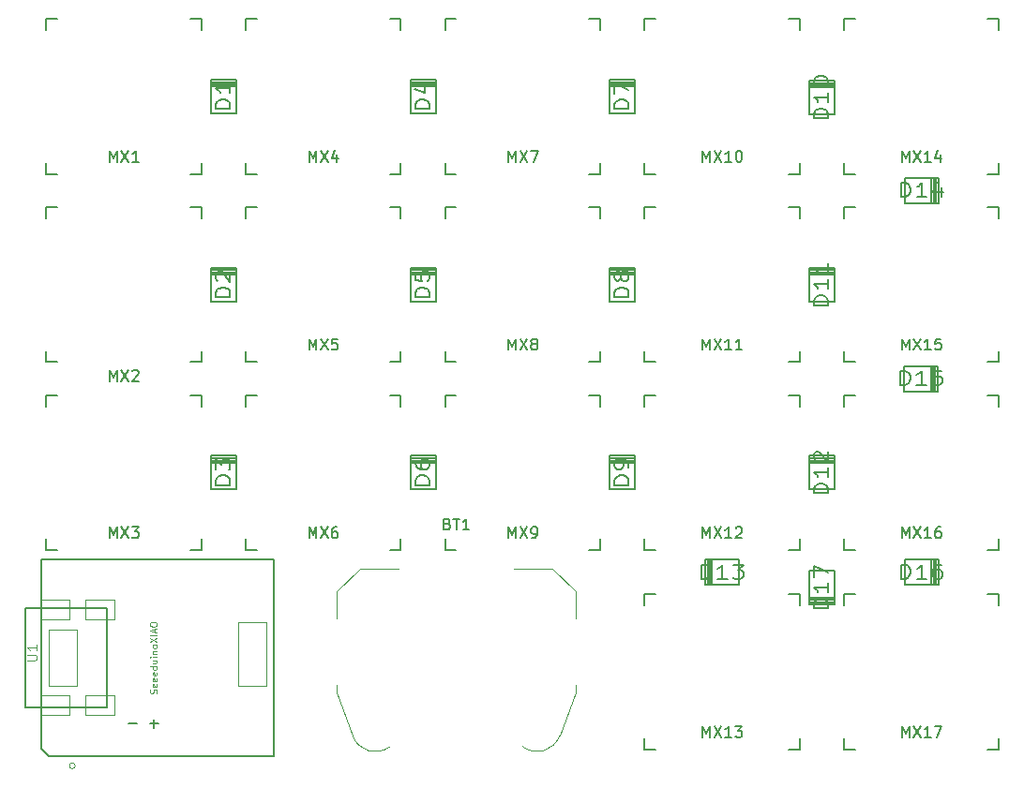
<source format=gto>
%TF.GenerationSoftware,KiCad,Pcbnew,(5.1.12)-1*%
%TF.CreationDate,2021-12-05T03:49:59-08:00*%
%TF.ProjectId,orthodox_v3,6f727468-6f64-46f7-985f-76332e6b6963,rev?*%
%TF.SameCoordinates,Original*%
%TF.FileFunction,Legend,Top*%
%TF.FilePolarity,Positive*%
%FSLAX46Y46*%
G04 Gerber Fmt 4.6, Leading zero omitted, Abs format (unit mm)*
G04 Created by KiCad (PCBNEW (5.1.12)-1) date 2021-12-05 03:49:59*
%MOMM*%
%LPD*%
G01*
G04 APERTURE LIST*
%ADD10C,0.100000*%
%ADD11C,0.127000*%
%ADD12C,0.066040*%
%ADD13C,0.150000*%
%ADD14C,0.120000*%
%ADD15C,0.203200*%
%ADD16C,0.200000*%
%ADD17C,0.101600*%
%ADD18C,0.076200*%
G04 APERTURE END LIST*
D10*
%TO.C,U1*%
X31593000Y-94489000D02*
G75*
G03*
X31593000Y-94489000I-254000J0D01*
G01*
D11*
X34430180Y-89205800D02*
X27076880Y-89205800D01*
X34430180Y-80206580D02*
X34430180Y-89205800D01*
X27076880Y-80206580D02*
X34430180Y-80206580D01*
X27076880Y-89200720D02*
X27076880Y-80206580D01*
X29172380Y-93600000D02*
X49500000Y-93600000D01*
X28501820Y-92929440D02*
X29172380Y-93600000D01*
X28501820Y-75802220D02*
X28501820Y-92929440D01*
X49500000Y-75802220D02*
X28501820Y-75802220D01*
X49500000Y-93600000D02*
X49500000Y-75802220D01*
D12*
X31085000Y-81281000D02*
X28418000Y-81281000D01*
X28418000Y-81281000D02*
X28418000Y-79503000D01*
X31085000Y-79503000D02*
X28418000Y-79503000D01*
X31085000Y-81281000D02*
X31085000Y-79503000D01*
X35151540Y-81281000D02*
X32482000Y-81281000D01*
X32482000Y-81281000D02*
X32482000Y-79503000D01*
X35151540Y-79503000D02*
X32482000Y-79503000D01*
X35151540Y-81281000D02*
X35151540Y-79503000D01*
X35151540Y-89917000D02*
X32482000Y-89917000D01*
X32482000Y-89917000D02*
X32482000Y-88139000D01*
X35151540Y-88139000D02*
X32482000Y-88139000D01*
X35151540Y-89917000D02*
X35151540Y-88139000D01*
X31085000Y-89917000D02*
X28418000Y-89917000D01*
X28418000Y-89917000D02*
X28418000Y-88139000D01*
X31085000Y-88139000D02*
X28418000Y-88139000D01*
X31085000Y-89917000D02*
X31085000Y-88139000D01*
X48865000Y-87250000D02*
X46325000Y-87250000D01*
X46325000Y-87250000D02*
X46325000Y-81535000D01*
X48865000Y-81535000D02*
X46325000Y-81535000D01*
X48865000Y-87250000D02*
X48865000Y-81535000D01*
X31720000Y-87250000D02*
X29180000Y-87250000D01*
X29180000Y-87250000D02*
X29180000Y-82170000D01*
X31720000Y-82170000D02*
X29180000Y-82170000D01*
X31720000Y-87250000D02*
X31720000Y-82170000D01*
D13*
%TO.C,MX6*%
X61000000Y-75000000D02*
X60000000Y-75000000D01*
X61000000Y-74000000D02*
X61000000Y-75000000D01*
X61000000Y-61000000D02*
X61000000Y-62000000D01*
X60000000Y-61000000D02*
X61000000Y-61000000D01*
X47000000Y-61000000D02*
X48000000Y-61000000D01*
X47000000Y-62000000D02*
X47000000Y-61000000D01*
X47000000Y-75000000D02*
X47000000Y-74000000D01*
X48000000Y-75000000D02*
X47000000Y-75000000D01*
%TO.C,MX1*%
X30000000Y-41000000D02*
X29000000Y-41000000D01*
X29000000Y-41000000D02*
X29000000Y-40000000D01*
X29000000Y-28000000D02*
X29000000Y-27000000D01*
X29000000Y-27000000D02*
X30000000Y-27000000D01*
X42000000Y-27000000D02*
X43000000Y-27000000D01*
X43000000Y-27000000D02*
X43000000Y-28000000D01*
X43000000Y-40000000D02*
X43000000Y-41000000D01*
X43000000Y-41000000D02*
X42000000Y-41000000D01*
%TO.C,MX3*%
X43000000Y-75000000D02*
X42000000Y-75000000D01*
X43000000Y-74000000D02*
X43000000Y-75000000D01*
X43000000Y-61000000D02*
X43000000Y-62000000D01*
X42000000Y-61000000D02*
X43000000Y-61000000D01*
X29000000Y-61000000D02*
X30000000Y-61000000D01*
X29000000Y-62000000D02*
X29000000Y-61000000D01*
X29000000Y-75000000D02*
X29000000Y-74000000D01*
X30000000Y-75000000D02*
X29000000Y-75000000D01*
%TO.C,MX4*%
X61000000Y-41000000D02*
X60000000Y-41000000D01*
X61000000Y-40000000D02*
X61000000Y-41000000D01*
X61000000Y-27000000D02*
X61000000Y-28000000D01*
X60000000Y-27000000D02*
X61000000Y-27000000D01*
X47000000Y-27000000D02*
X48000000Y-27000000D01*
X47000000Y-28000000D02*
X47000000Y-27000000D01*
X47000000Y-41000000D02*
X47000000Y-40000000D01*
X48000000Y-41000000D02*
X47000000Y-41000000D01*
%TO.C,MX5*%
X48000000Y-58000000D02*
X47000000Y-58000000D01*
X47000000Y-58000000D02*
X47000000Y-57000000D01*
X47000000Y-45000000D02*
X47000000Y-44000000D01*
X47000000Y-44000000D02*
X48000000Y-44000000D01*
X60000000Y-44000000D02*
X61000000Y-44000000D01*
X61000000Y-44000000D02*
X61000000Y-45000000D01*
X61000000Y-57000000D02*
X61000000Y-58000000D01*
X61000000Y-58000000D02*
X60000000Y-58000000D01*
%TO.C,MX7*%
X79000000Y-41000000D02*
X78000000Y-41000000D01*
X79000000Y-40000000D02*
X79000000Y-41000000D01*
X79000000Y-27000000D02*
X79000000Y-28000000D01*
X78000000Y-27000000D02*
X79000000Y-27000000D01*
X65000000Y-27000000D02*
X66000000Y-27000000D01*
X65000000Y-28000000D02*
X65000000Y-27000000D01*
X65000000Y-41000000D02*
X65000000Y-40000000D01*
X66000000Y-41000000D02*
X65000000Y-41000000D01*
%TO.C,MX8*%
X79000000Y-58000000D02*
X78000000Y-58000000D01*
X79000000Y-57000000D02*
X79000000Y-58000000D01*
X79000000Y-44000000D02*
X79000000Y-45000000D01*
X78000000Y-44000000D02*
X79000000Y-44000000D01*
X65000000Y-44000000D02*
X66000000Y-44000000D01*
X65000000Y-45000000D02*
X65000000Y-44000000D01*
X65000000Y-58000000D02*
X65000000Y-57000000D01*
X66000000Y-58000000D02*
X65000000Y-58000000D01*
%TO.C,MX9*%
X79000000Y-75000000D02*
X78000000Y-75000000D01*
X79000000Y-74000000D02*
X79000000Y-75000000D01*
X79000000Y-61000000D02*
X79000000Y-62000000D01*
X78000000Y-61000000D02*
X79000000Y-61000000D01*
X65000000Y-61000000D02*
X66000000Y-61000000D01*
X65000000Y-62000000D02*
X65000000Y-61000000D01*
X65000000Y-75000000D02*
X65000000Y-74000000D01*
X66000000Y-75000000D02*
X65000000Y-75000000D01*
%TO.C,MX10*%
X97000000Y-41000000D02*
X96000000Y-41000000D01*
X97000000Y-40000000D02*
X97000000Y-41000000D01*
X97000000Y-27000000D02*
X97000000Y-28000000D01*
X96000000Y-27000000D02*
X97000000Y-27000000D01*
X83000000Y-27000000D02*
X84000000Y-27000000D01*
X83000000Y-28000000D02*
X83000000Y-27000000D01*
X83000000Y-41000000D02*
X83000000Y-40000000D01*
X84000000Y-41000000D02*
X83000000Y-41000000D01*
%TO.C,MX11*%
X84000000Y-58000000D02*
X83000000Y-58000000D01*
X83000000Y-58000000D02*
X83000000Y-57000000D01*
X83000000Y-45000000D02*
X83000000Y-44000000D01*
X83000000Y-44000000D02*
X84000000Y-44000000D01*
X96000000Y-44000000D02*
X97000000Y-44000000D01*
X97000000Y-44000000D02*
X97000000Y-45000000D01*
X97000000Y-57000000D02*
X97000000Y-58000000D01*
X97000000Y-58000000D02*
X96000000Y-58000000D01*
%TO.C,MX12*%
X97000000Y-75000000D02*
X96000000Y-75000000D01*
X97000000Y-74000000D02*
X97000000Y-75000000D01*
X97000000Y-61000000D02*
X97000000Y-62000000D01*
X96000000Y-61000000D02*
X97000000Y-61000000D01*
X83000000Y-61000000D02*
X84000000Y-61000000D01*
X83000000Y-62000000D02*
X83000000Y-61000000D01*
X83000000Y-75000000D02*
X83000000Y-74000000D01*
X84000000Y-75000000D02*
X83000000Y-75000000D01*
%TO.C,MX13*%
X84000000Y-93000000D02*
X83000000Y-93000000D01*
X83000000Y-93000000D02*
X83000000Y-92000000D01*
X83000000Y-80000000D02*
X83000000Y-79000000D01*
X83000000Y-79000000D02*
X84000000Y-79000000D01*
X96000000Y-79000000D02*
X97000000Y-79000000D01*
X97000000Y-79000000D02*
X97000000Y-80000000D01*
X97000000Y-92000000D02*
X97000000Y-93000000D01*
X97000000Y-93000000D02*
X96000000Y-93000000D01*
%TO.C,MX14*%
X102000000Y-41000000D02*
X101000000Y-41000000D01*
X101000000Y-41000000D02*
X101000000Y-40000000D01*
X101000000Y-28000000D02*
X101000000Y-27000000D01*
X101000000Y-27000000D02*
X102000000Y-27000000D01*
X114000000Y-27000000D02*
X115000000Y-27000000D01*
X115000000Y-27000000D02*
X115000000Y-28000000D01*
X115000000Y-40000000D02*
X115000000Y-41000000D01*
X115000000Y-41000000D02*
X114000000Y-41000000D01*
%TO.C,MX15*%
X115000000Y-58000000D02*
X114000000Y-58000000D01*
X115000000Y-57000000D02*
X115000000Y-58000000D01*
X115000000Y-44000000D02*
X115000000Y-45000000D01*
X114000000Y-44000000D02*
X115000000Y-44000000D01*
X101000000Y-44000000D02*
X102000000Y-44000000D01*
X101000000Y-45000000D02*
X101000000Y-44000000D01*
X101000000Y-58000000D02*
X101000000Y-57000000D01*
X102000000Y-58000000D02*
X101000000Y-58000000D01*
%TO.C,MX16*%
X102000000Y-75000000D02*
X101000000Y-75000000D01*
X101000000Y-75000000D02*
X101000000Y-74000000D01*
X101000000Y-62000000D02*
X101000000Y-61000000D01*
X101000000Y-61000000D02*
X102000000Y-61000000D01*
X114000000Y-61000000D02*
X115000000Y-61000000D01*
X115000000Y-61000000D02*
X115000000Y-62000000D01*
X115000000Y-74000000D02*
X115000000Y-75000000D01*
X115000000Y-75000000D02*
X114000000Y-75000000D01*
%TO.C,MX17*%
X115000000Y-93000000D02*
X114000000Y-93000000D01*
X115000000Y-92000000D02*
X115000000Y-93000000D01*
X115000000Y-79000000D02*
X115000000Y-80000000D01*
X114000000Y-79000000D02*
X115000000Y-79000000D01*
X101000000Y-79000000D02*
X102000000Y-79000000D01*
X101000000Y-80000000D02*
X101000000Y-79000000D01*
X101000000Y-93000000D02*
X101000000Y-92000000D01*
X102000000Y-93000000D02*
X101000000Y-93000000D01*
%TO.C,MX2*%
X30000000Y-58000000D02*
X29000000Y-58000000D01*
X29000000Y-58000000D02*
X29000000Y-57000000D01*
X29000000Y-45000000D02*
X29000000Y-44000000D01*
X29000000Y-44000000D02*
X30000000Y-44000000D01*
X42000000Y-44000000D02*
X43000000Y-44000000D01*
X43000000Y-44000000D02*
X43000000Y-45000000D01*
X43000000Y-57000000D02*
X43000000Y-58000000D01*
X43000000Y-58000000D02*
X42000000Y-58000000D01*
D14*
%TO.C,BT1*%
X75325244Y-91788169D02*
G75*
G02*
X72000000Y-92750000I-2015244J738169D01*
G01*
X59996646Y-92766530D02*
G75*
G02*
X56660000Y-91780000I-1306646J1716530D01*
G01*
X74700000Y-76660000D02*
X71200000Y-76660000D01*
X76780000Y-87200000D02*
X76780000Y-87830000D01*
X76780000Y-78740000D02*
X76780000Y-81200000D01*
X55220000Y-87200000D02*
X55220000Y-87830000D01*
X55220000Y-78740000D02*
X55220000Y-81200000D01*
X76780000Y-87830000D02*
X75340000Y-91780000D01*
X74700000Y-76660000D02*
X76780000Y-78740000D01*
X60800000Y-76660000D02*
X57300000Y-76660000D01*
X57300000Y-76660000D02*
X55220000Y-78740000D01*
X55220000Y-87830000D02*
X56660000Y-91780000D01*
D13*
%TO.C,D1*%
X46100000Y-33100000D02*
X43900000Y-33100000D01*
X43900000Y-32900000D02*
X46100000Y-32900000D01*
X44000000Y-32700000D02*
X43900000Y-32700000D01*
X43900000Y-32700000D02*
X44000000Y-32700000D01*
X46100000Y-32700000D02*
X44000000Y-32700000D01*
D15*
X43857000Y-35524000D02*
X43857000Y-32476000D01*
X43857000Y-32476000D02*
X46143000Y-32476000D01*
X46143000Y-32476000D02*
X46143000Y-35524000D01*
X46143000Y-35524000D02*
X43857000Y-35524000D01*
D13*
%TO.C,D2*%
X46100000Y-50100000D02*
X43900000Y-50100000D01*
X43900000Y-49900000D02*
X46100000Y-49900000D01*
X44000000Y-49700000D02*
X43900000Y-49700000D01*
X43900000Y-49700000D02*
X44000000Y-49700000D01*
X46100000Y-49700000D02*
X44000000Y-49700000D01*
D15*
X43857000Y-52524000D02*
X43857000Y-49476000D01*
X43857000Y-49476000D02*
X46143000Y-49476000D01*
X46143000Y-49476000D02*
X46143000Y-52524000D01*
X46143000Y-52524000D02*
X43857000Y-52524000D01*
D13*
%TO.C,D3*%
X46100000Y-67100000D02*
X43900000Y-67100000D01*
X43900000Y-66900000D02*
X46100000Y-66900000D01*
X44000000Y-66700000D02*
X43900000Y-66700000D01*
X43900000Y-66700000D02*
X44000000Y-66700000D01*
X46100000Y-66700000D02*
X44000000Y-66700000D01*
D15*
X43857000Y-69524000D02*
X43857000Y-66476000D01*
X43857000Y-66476000D02*
X46143000Y-66476000D01*
X46143000Y-66476000D02*
X46143000Y-69524000D01*
X46143000Y-69524000D02*
X43857000Y-69524000D01*
D13*
%TO.C,D4*%
X64100000Y-33100000D02*
X61900000Y-33100000D01*
X61900000Y-32900000D02*
X64100000Y-32900000D01*
X62000000Y-32700000D02*
X61900000Y-32700000D01*
X61900000Y-32700000D02*
X62000000Y-32700000D01*
X64100000Y-32700000D02*
X62000000Y-32700000D01*
D15*
X61857000Y-35524000D02*
X61857000Y-32476000D01*
X61857000Y-32476000D02*
X64143000Y-32476000D01*
X64143000Y-32476000D02*
X64143000Y-35524000D01*
X64143000Y-35524000D02*
X61857000Y-35524000D01*
D13*
%TO.C,D5*%
X64100000Y-50100000D02*
X61900000Y-50100000D01*
X61900000Y-49900000D02*
X64100000Y-49900000D01*
X62000000Y-49700000D02*
X61900000Y-49700000D01*
X61900000Y-49700000D02*
X62000000Y-49700000D01*
X64100000Y-49700000D02*
X62000000Y-49700000D01*
D15*
X61857000Y-52524000D02*
X61857000Y-49476000D01*
X61857000Y-49476000D02*
X64143000Y-49476000D01*
X64143000Y-49476000D02*
X64143000Y-52524000D01*
X64143000Y-52524000D02*
X61857000Y-52524000D01*
%TO.C,D6*%
X64143000Y-69524000D02*
X61857000Y-69524000D01*
X64143000Y-66476000D02*
X64143000Y-69524000D01*
X61857000Y-66476000D02*
X64143000Y-66476000D01*
X61857000Y-69524000D02*
X61857000Y-66476000D01*
D13*
X64100000Y-66700000D02*
X62000000Y-66700000D01*
X61900000Y-66700000D02*
X62000000Y-66700000D01*
X62000000Y-66700000D02*
X61900000Y-66700000D01*
X61900000Y-66900000D02*
X64100000Y-66900000D01*
X64100000Y-67100000D02*
X61900000Y-67100000D01*
D15*
%TO.C,D7*%
X82143000Y-35524000D02*
X79857000Y-35524000D01*
X82143000Y-32476000D02*
X82143000Y-35524000D01*
X79857000Y-32476000D02*
X82143000Y-32476000D01*
X79857000Y-35524000D02*
X79857000Y-32476000D01*
D13*
X82100000Y-32700000D02*
X80000000Y-32700000D01*
X79900000Y-32700000D02*
X80000000Y-32700000D01*
X80000000Y-32700000D02*
X79900000Y-32700000D01*
X79900000Y-32900000D02*
X82100000Y-32900000D01*
X82100000Y-33100000D02*
X79900000Y-33100000D01*
%TO.C,D8*%
X82100000Y-50100000D02*
X79900000Y-50100000D01*
X79900000Y-49900000D02*
X82100000Y-49900000D01*
X80000000Y-49700000D02*
X79900000Y-49700000D01*
X79900000Y-49700000D02*
X80000000Y-49700000D01*
X82100000Y-49700000D02*
X80000000Y-49700000D01*
D15*
X79857000Y-52524000D02*
X79857000Y-49476000D01*
X79857000Y-49476000D02*
X82143000Y-49476000D01*
X82143000Y-49476000D02*
X82143000Y-52524000D01*
X82143000Y-52524000D02*
X79857000Y-52524000D01*
D13*
%TO.C,D9*%
X82100000Y-67100000D02*
X79900000Y-67100000D01*
X79900000Y-66900000D02*
X82100000Y-66900000D01*
X80000000Y-66700000D02*
X79900000Y-66700000D01*
X79900000Y-66700000D02*
X80000000Y-66700000D01*
X82100000Y-66700000D02*
X80000000Y-66700000D01*
D15*
X79857000Y-69524000D02*
X79857000Y-66476000D01*
X79857000Y-66476000D02*
X82143000Y-66476000D01*
X82143000Y-66476000D02*
X82143000Y-69524000D01*
X82143000Y-69524000D02*
X79857000Y-69524000D01*
D13*
%TO.C,D10*%
X100100000Y-33200000D02*
X97900000Y-33200000D01*
X97900000Y-33000000D02*
X100100000Y-33000000D01*
X98000000Y-32800000D02*
X97900000Y-32800000D01*
X97900000Y-32800000D02*
X98000000Y-32800000D01*
X100100000Y-32800000D02*
X98000000Y-32800000D01*
D15*
X97857000Y-35624000D02*
X97857000Y-32576000D01*
X97857000Y-32576000D02*
X100143000Y-32576000D01*
X100143000Y-32576000D02*
X100143000Y-35624000D01*
X100143000Y-35624000D02*
X97857000Y-35624000D01*
%TO.C,D11*%
X100143000Y-52524000D02*
X97857000Y-52524000D01*
X100143000Y-49476000D02*
X100143000Y-52524000D01*
X97857000Y-49476000D02*
X100143000Y-49476000D01*
X97857000Y-52524000D02*
X97857000Y-49476000D01*
D13*
X100100000Y-49700000D02*
X98000000Y-49700000D01*
X97900000Y-49700000D02*
X98000000Y-49700000D01*
X98000000Y-49700000D02*
X97900000Y-49700000D01*
X97900000Y-49900000D02*
X100100000Y-49900000D01*
X100100000Y-50100000D02*
X97900000Y-50100000D01*
D15*
%TO.C,D12*%
X100143000Y-69524000D02*
X97857000Y-69524000D01*
X100143000Y-66476000D02*
X100143000Y-69524000D01*
X97857000Y-66476000D02*
X100143000Y-66476000D01*
X97857000Y-69524000D02*
X97857000Y-66476000D01*
D13*
X100100000Y-66700000D02*
X98000000Y-66700000D01*
X97900000Y-66700000D02*
X98000000Y-66700000D01*
X98000000Y-66700000D02*
X97900000Y-66700000D01*
X97900000Y-66900000D02*
X100100000Y-66900000D01*
X100100000Y-67100000D02*
X97900000Y-67100000D01*
D15*
%TO.C,D13*%
X91524000Y-75857000D02*
X91524000Y-78143000D01*
X88476000Y-75857000D02*
X91524000Y-75857000D01*
X88476000Y-78143000D02*
X88476000Y-75857000D01*
X91524000Y-78143000D02*
X88476000Y-78143000D01*
D13*
X88700000Y-75900000D02*
X88700000Y-78000000D01*
X88700000Y-78100000D02*
X88700000Y-78000000D01*
X88700000Y-78000000D02*
X88700000Y-78100000D01*
X88900000Y-78100000D02*
X88900000Y-75900000D01*
X89100000Y-75900000D02*
X89100000Y-78100000D01*
D15*
%TO.C,D14*%
X106476000Y-43643000D02*
X106476000Y-41357000D01*
X109524000Y-43643000D02*
X106476000Y-43643000D01*
X109524000Y-41357000D02*
X109524000Y-43643000D01*
X106476000Y-41357000D02*
X109524000Y-41357000D01*
D13*
X109300000Y-43600000D02*
X109300000Y-41500000D01*
X109300000Y-41400000D02*
X109300000Y-41500000D01*
X109300000Y-41500000D02*
X109300000Y-41400000D01*
X109100000Y-41400000D02*
X109100000Y-43600000D01*
X108900000Y-43600000D02*
X108900000Y-41400000D01*
%TO.C,D15*%
X108861000Y-60600000D02*
X108861000Y-58400000D01*
X109061000Y-58400000D02*
X109061000Y-60600000D01*
X109261000Y-58500000D02*
X109261000Y-58400000D01*
X109261000Y-58400000D02*
X109261000Y-58500000D01*
X109261000Y-60600000D02*
X109261000Y-58500000D01*
D15*
X106437000Y-58357000D02*
X109485000Y-58357000D01*
X109485000Y-58357000D02*
X109485000Y-60643000D01*
X109485000Y-60643000D02*
X106437000Y-60643000D01*
X106437000Y-60643000D02*
X106437000Y-58357000D01*
%TO.C,D16*%
X106476000Y-78143000D02*
X106476000Y-75857000D01*
X109524000Y-78143000D02*
X106476000Y-78143000D01*
X109524000Y-75857000D02*
X109524000Y-78143000D01*
X106476000Y-75857000D02*
X109524000Y-75857000D01*
D13*
X109300000Y-78100000D02*
X109300000Y-76000000D01*
X109300000Y-75900000D02*
X109300000Y-76000000D01*
X109300000Y-76000000D02*
X109300000Y-75900000D01*
X109100000Y-75900000D02*
X109100000Y-78100000D01*
X108900000Y-78100000D02*
X108900000Y-75900000D01*
%TO.C,D17*%
X97900000Y-79290000D02*
X100100000Y-79290000D01*
X100100000Y-79490000D02*
X97900000Y-79490000D01*
X100000000Y-79690000D02*
X100100000Y-79690000D01*
X100100000Y-79690000D02*
X100000000Y-79690000D01*
X97900000Y-79690000D02*
X100000000Y-79690000D01*
D15*
X100143000Y-76866000D02*
X100143000Y-79914000D01*
X100143000Y-79914000D02*
X97857000Y-79914000D01*
X97857000Y-79914000D02*
X97857000Y-76866000D01*
X97857000Y-76866000D02*
X100143000Y-76866000D01*
%TO.C,BAT+*%
D16*
X38319047Y-90671428D02*
X39080952Y-90671428D01*
X38700000Y-91052380D02*
X38700000Y-90290476D01*
%TO.C,BAT-*%
X36419047Y-90671428D02*
X37180952Y-90671428D01*
%TO.C,U1*%
D17*
X27232666Y-84942833D02*
X27952333Y-84942833D01*
X28037000Y-84900500D01*
X28079333Y-84858166D01*
X28121666Y-84773500D01*
X28121666Y-84604166D01*
X28079333Y-84519500D01*
X28037000Y-84477166D01*
X27952333Y-84434833D01*
X27232666Y-84434833D01*
X28121666Y-83545833D02*
X28121666Y-84053833D01*
X28121666Y-83799833D02*
X27232666Y-83799833D01*
X27359666Y-83884500D01*
X27444333Y-83969166D01*
X27486666Y-84053833D01*
D18*
X38951742Y-87932171D02*
X38980771Y-87845085D01*
X38980771Y-87699942D01*
X38951742Y-87641885D01*
X38922714Y-87612857D01*
X38864657Y-87583828D01*
X38806600Y-87583828D01*
X38748542Y-87612857D01*
X38719514Y-87641885D01*
X38690485Y-87699942D01*
X38661457Y-87816057D01*
X38632428Y-87874114D01*
X38603400Y-87903142D01*
X38545342Y-87932171D01*
X38487285Y-87932171D01*
X38429228Y-87903142D01*
X38400200Y-87874114D01*
X38371171Y-87816057D01*
X38371171Y-87670914D01*
X38400200Y-87583828D01*
X38951742Y-87090342D02*
X38980771Y-87148400D01*
X38980771Y-87264514D01*
X38951742Y-87322571D01*
X38893685Y-87351600D01*
X38661457Y-87351600D01*
X38603400Y-87322571D01*
X38574371Y-87264514D01*
X38574371Y-87148400D01*
X38603400Y-87090342D01*
X38661457Y-87061314D01*
X38719514Y-87061314D01*
X38777571Y-87351600D01*
X38951742Y-86567828D02*
X38980771Y-86625885D01*
X38980771Y-86742000D01*
X38951742Y-86800057D01*
X38893685Y-86829085D01*
X38661457Y-86829085D01*
X38603400Y-86800057D01*
X38574371Y-86742000D01*
X38574371Y-86625885D01*
X38603400Y-86567828D01*
X38661457Y-86538800D01*
X38719514Y-86538800D01*
X38777571Y-86829085D01*
X38951742Y-86045314D02*
X38980771Y-86103371D01*
X38980771Y-86219485D01*
X38951742Y-86277542D01*
X38893685Y-86306571D01*
X38661457Y-86306571D01*
X38603400Y-86277542D01*
X38574371Y-86219485D01*
X38574371Y-86103371D01*
X38603400Y-86045314D01*
X38661457Y-86016285D01*
X38719514Y-86016285D01*
X38777571Y-86306571D01*
X38980771Y-85493771D02*
X38371171Y-85493771D01*
X38951742Y-85493771D02*
X38980771Y-85551828D01*
X38980771Y-85667942D01*
X38951742Y-85726000D01*
X38922714Y-85755028D01*
X38864657Y-85784057D01*
X38690485Y-85784057D01*
X38632428Y-85755028D01*
X38603400Y-85726000D01*
X38574371Y-85667942D01*
X38574371Y-85551828D01*
X38603400Y-85493771D01*
X38574371Y-84942228D02*
X38980771Y-84942228D01*
X38574371Y-85203485D02*
X38893685Y-85203485D01*
X38951742Y-85174457D01*
X38980771Y-85116400D01*
X38980771Y-85029314D01*
X38951742Y-84971257D01*
X38922714Y-84942228D01*
X38980771Y-84651942D02*
X38574371Y-84651942D01*
X38371171Y-84651942D02*
X38400200Y-84680971D01*
X38429228Y-84651942D01*
X38400200Y-84622914D01*
X38371171Y-84651942D01*
X38429228Y-84651942D01*
X38574371Y-84361657D02*
X38980771Y-84361657D01*
X38632428Y-84361657D02*
X38603400Y-84332628D01*
X38574371Y-84274571D01*
X38574371Y-84187485D01*
X38603400Y-84129428D01*
X38661457Y-84100400D01*
X38980771Y-84100400D01*
X38980771Y-83723028D02*
X38951742Y-83781085D01*
X38922714Y-83810114D01*
X38864657Y-83839142D01*
X38690485Y-83839142D01*
X38632428Y-83810114D01*
X38603400Y-83781085D01*
X38574371Y-83723028D01*
X38574371Y-83635942D01*
X38603400Y-83577885D01*
X38632428Y-83548857D01*
X38690485Y-83519828D01*
X38864657Y-83519828D01*
X38922714Y-83548857D01*
X38951742Y-83577885D01*
X38980771Y-83635942D01*
X38980771Y-83723028D01*
X38371171Y-83316628D02*
X38980771Y-82910228D01*
X38371171Y-82910228D02*
X38980771Y-83316628D01*
X38980771Y-82678000D02*
X38371171Y-82678000D01*
X38806600Y-82416742D02*
X38806600Y-82126457D01*
X38980771Y-82474800D02*
X38371171Y-82271600D01*
X38980771Y-82068400D01*
X38371171Y-81749085D02*
X38371171Y-81632971D01*
X38400200Y-81574914D01*
X38458257Y-81516857D01*
X38574371Y-81487828D01*
X38777571Y-81487828D01*
X38893685Y-81516857D01*
X38951742Y-81574914D01*
X38980771Y-81632971D01*
X38980771Y-81749085D01*
X38951742Y-81807142D01*
X38893685Y-81865200D01*
X38777571Y-81894228D01*
X38574371Y-81894228D01*
X38458257Y-81865200D01*
X38400200Y-81807142D01*
X38371171Y-81749085D01*
%TO.C,MX6*%
D13*
X52714285Y-73907380D02*
X52714285Y-72907380D01*
X53047619Y-73621666D01*
X53380952Y-72907380D01*
X53380952Y-73907380D01*
X53761904Y-72907380D02*
X54428571Y-73907380D01*
X54428571Y-72907380D02*
X53761904Y-73907380D01*
X55238095Y-72907380D02*
X55047619Y-72907380D01*
X54952380Y-72955000D01*
X54904761Y-73002619D01*
X54809523Y-73145476D01*
X54761904Y-73335952D01*
X54761904Y-73716904D01*
X54809523Y-73812142D01*
X54857142Y-73859761D01*
X54952380Y-73907380D01*
X55142857Y-73907380D01*
X55238095Y-73859761D01*
X55285714Y-73812142D01*
X55333333Y-73716904D01*
X55333333Y-73478809D01*
X55285714Y-73383571D01*
X55238095Y-73335952D01*
X55142857Y-73288333D01*
X54952380Y-73288333D01*
X54857142Y-73335952D01*
X54809523Y-73383571D01*
X54761904Y-73478809D01*
%TO.C,MX1*%
X34714285Y-39907380D02*
X34714285Y-38907380D01*
X35047619Y-39621666D01*
X35380952Y-38907380D01*
X35380952Y-39907380D01*
X35761904Y-38907380D02*
X36428571Y-39907380D01*
X36428571Y-38907380D02*
X35761904Y-39907380D01*
X37333333Y-39907380D02*
X36761904Y-39907380D01*
X37047619Y-39907380D02*
X37047619Y-38907380D01*
X36952380Y-39050238D01*
X36857142Y-39145476D01*
X36761904Y-39193095D01*
%TO.C,MX3*%
X34714285Y-73907380D02*
X34714285Y-72907380D01*
X35047619Y-73621666D01*
X35380952Y-72907380D01*
X35380952Y-73907380D01*
X35761904Y-72907380D02*
X36428571Y-73907380D01*
X36428571Y-72907380D02*
X35761904Y-73907380D01*
X36714285Y-72907380D02*
X37333333Y-72907380D01*
X37000000Y-73288333D01*
X37142857Y-73288333D01*
X37238095Y-73335952D01*
X37285714Y-73383571D01*
X37333333Y-73478809D01*
X37333333Y-73716904D01*
X37285714Y-73812142D01*
X37238095Y-73859761D01*
X37142857Y-73907380D01*
X36857142Y-73907380D01*
X36761904Y-73859761D01*
X36714285Y-73812142D01*
%TO.C,MX4*%
X52714285Y-39907380D02*
X52714285Y-38907380D01*
X53047619Y-39621666D01*
X53380952Y-38907380D01*
X53380952Y-39907380D01*
X53761904Y-38907380D02*
X54428571Y-39907380D01*
X54428571Y-38907380D02*
X53761904Y-39907380D01*
X55238095Y-39240714D02*
X55238095Y-39907380D01*
X55000000Y-38859761D02*
X54761904Y-39574047D01*
X55380952Y-39574047D01*
%TO.C,MX5*%
X52714285Y-56907380D02*
X52714285Y-55907380D01*
X53047619Y-56621666D01*
X53380952Y-55907380D01*
X53380952Y-56907380D01*
X53761904Y-55907380D02*
X54428571Y-56907380D01*
X54428571Y-55907380D02*
X53761904Y-56907380D01*
X55285714Y-55907380D02*
X54809523Y-55907380D01*
X54761904Y-56383571D01*
X54809523Y-56335952D01*
X54904761Y-56288333D01*
X55142857Y-56288333D01*
X55238095Y-56335952D01*
X55285714Y-56383571D01*
X55333333Y-56478809D01*
X55333333Y-56716904D01*
X55285714Y-56812142D01*
X55238095Y-56859761D01*
X55142857Y-56907380D01*
X54904761Y-56907380D01*
X54809523Y-56859761D01*
X54761904Y-56812142D01*
%TO.C,MX7*%
X70714285Y-39907380D02*
X70714285Y-38907380D01*
X71047619Y-39621666D01*
X71380952Y-38907380D01*
X71380952Y-39907380D01*
X71761904Y-38907380D02*
X72428571Y-39907380D01*
X72428571Y-38907380D02*
X71761904Y-39907380D01*
X72714285Y-38907380D02*
X73380952Y-38907380D01*
X72952380Y-39907380D01*
%TO.C,MX8*%
X70714285Y-56907380D02*
X70714285Y-55907380D01*
X71047619Y-56621666D01*
X71380952Y-55907380D01*
X71380952Y-56907380D01*
X71761904Y-55907380D02*
X72428571Y-56907380D01*
X72428571Y-55907380D02*
X71761904Y-56907380D01*
X72952380Y-56335952D02*
X72857142Y-56288333D01*
X72809523Y-56240714D01*
X72761904Y-56145476D01*
X72761904Y-56097857D01*
X72809523Y-56002619D01*
X72857142Y-55955000D01*
X72952380Y-55907380D01*
X73142857Y-55907380D01*
X73238095Y-55955000D01*
X73285714Y-56002619D01*
X73333333Y-56097857D01*
X73333333Y-56145476D01*
X73285714Y-56240714D01*
X73238095Y-56288333D01*
X73142857Y-56335952D01*
X72952380Y-56335952D01*
X72857142Y-56383571D01*
X72809523Y-56431190D01*
X72761904Y-56526428D01*
X72761904Y-56716904D01*
X72809523Y-56812142D01*
X72857142Y-56859761D01*
X72952380Y-56907380D01*
X73142857Y-56907380D01*
X73238095Y-56859761D01*
X73285714Y-56812142D01*
X73333333Y-56716904D01*
X73333333Y-56526428D01*
X73285714Y-56431190D01*
X73238095Y-56383571D01*
X73142857Y-56335952D01*
%TO.C,MX9*%
X70714285Y-73907380D02*
X70714285Y-72907380D01*
X71047619Y-73621666D01*
X71380952Y-72907380D01*
X71380952Y-73907380D01*
X71761904Y-72907380D02*
X72428571Y-73907380D01*
X72428571Y-72907380D02*
X71761904Y-73907380D01*
X72857142Y-73907380D02*
X73047619Y-73907380D01*
X73142857Y-73859761D01*
X73190476Y-73812142D01*
X73285714Y-73669285D01*
X73333333Y-73478809D01*
X73333333Y-73097857D01*
X73285714Y-73002619D01*
X73238095Y-72955000D01*
X73142857Y-72907380D01*
X72952380Y-72907380D01*
X72857142Y-72955000D01*
X72809523Y-73002619D01*
X72761904Y-73097857D01*
X72761904Y-73335952D01*
X72809523Y-73431190D01*
X72857142Y-73478809D01*
X72952380Y-73526428D01*
X73142857Y-73526428D01*
X73238095Y-73478809D01*
X73285714Y-73431190D01*
X73333333Y-73335952D01*
%TO.C,MX10*%
X88238095Y-39907380D02*
X88238095Y-38907380D01*
X88571428Y-39621666D01*
X88904761Y-38907380D01*
X88904761Y-39907380D01*
X89285714Y-38907380D02*
X89952380Y-39907380D01*
X89952380Y-38907380D02*
X89285714Y-39907380D01*
X90857142Y-39907380D02*
X90285714Y-39907380D01*
X90571428Y-39907380D02*
X90571428Y-38907380D01*
X90476190Y-39050238D01*
X90380952Y-39145476D01*
X90285714Y-39193095D01*
X91476190Y-38907380D02*
X91571428Y-38907380D01*
X91666666Y-38955000D01*
X91714285Y-39002619D01*
X91761904Y-39097857D01*
X91809523Y-39288333D01*
X91809523Y-39526428D01*
X91761904Y-39716904D01*
X91714285Y-39812142D01*
X91666666Y-39859761D01*
X91571428Y-39907380D01*
X91476190Y-39907380D01*
X91380952Y-39859761D01*
X91333333Y-39812142D01*
X91285714Y-39716904D01*
X91238095Y-39526428D01*
X91238095Y-39288333D01*
X91285714Y-39097857D01*
X91333333Y-39002619D01*
X91380952Y-38955000D01*
X91476190Y-38907380D01*
%TO.C,MX11*%
X88238095Y-56907380D02*
X88238095Y-55907380D01*
X88571428Y-56621666D01*
X88904761Y-55907380D01*
X88904761Y-56907380D01*
X89285714Y-55907380D02*
X89952380Y-56907380D01*
X89952380Y-55907380D02*
X89285714Y-56907380D01*
X90857142Y-56907380D02*
X90285714Y-56907380D01*
X90571428Y-56907380D02*
X90571428Y-55907380D01*
X90476190Y-56050238D01*
X90380952Y-56145476D01*
X90285714Y-56193095D01*
X91809523Y-56907380D02*
X91238095Y-56907380D01*
X91523809Y-56907380D02*
X91523809Y-55907380D01*
X91428571Y-56050238D01*
X91333333Y-56145476D01*
X91238095Y-56193095D01*
%TO.C,MX12*%
X88238095Y-73907380D02*
X88238095Y-72907380D01*
X88571428Y-73621666D01*
X88904761Y-72907380D01*
X88904761Y-73907380D01*
X89285714Y-72907380D02*
X89952380Y-73907380D01*
X89952380Y-72907380D02*
X89285714Y-73907380D01*
X90857142Y-73907380D02*
X90285714Y-73907380D01*
X90571428Y-73907380D02*
X90571428Y-72907380D01*
X90476190Y-73050238D01*
X90380952Y-73145476D01*
X90285714Y-73193095D01*
X91238095Y-73002619D02*
X91285714Y-72955000D01*
X91380952Y-72907380D01*
X91619047Y-72907380D01*
X91714285Y-72955000D01*
X91761904Y-73002619D01*
X91809523Y-73097857D01*
X91809523Y-73193095D01*
X91761904Y-73335952D01*
X91190476Y-73907380D01*
X91809523Y-73907380D01*
%TO.C,MX13*%
X88238095Y-91907380D02*
X88238095Y-90907380D01*
X88571428Y-91621666D01*
X88904761Y-90907380D01*
X88904761Y-91907380D01*
X89285714Y-90907380D02*
X89952380Y-91907380D01*
X89952380Y-90907380D02*
X89285714Y-91907380D01*
X90857142Y-91907380D02*
X90285714Y-91907380D01*
X90571428Y-91907380D02*
X90571428Y-90907380D01*
X90476190Y-91050238D01*
X90380952Y-91145476D01*
X90285714Y-91193095D01*
X91190476Y-90907380D02*
X91809523Y-90907380D01*
X91476190Y-91288333D01*
X91619047Y-91288333D01*
X91714285Y-91335952D01*
X91761904Y-91383571D01*
X91809523Y-91478809D01*
X91809523Y-91716904D01*
X91761904Y-91812142D01*
X91714285Y-91859761D01*
X91619047Y-91907380D01*
X91333333Y-91907380D01*
X91238095Y-91859761D01*
X91190476Y-91812142D01*
%TO.C,MX14*%
X106238095Y-39907380D02*
X106238095Y-38907380D01*
X106571428Y-39621666D01*
X106904761Y-38907380D01*
X106904761Y-39907380D01*
X107285714Y-38907380D02*
X107952380Y-39907380D01*
X107952380Y-38907380D02*
X107285714Y-39907380D01*
X108857142Y-39907380D02*
X108285714Y-39907380D01*
X108571428Y-39907380D02*
X108571428Y-38907380D01*
X108476190Y-39050238D01*
X108380952Y-39145476D01*
X108285714Y-39193095D01*
X109714285Y-39240714D02*
X109714285Y-39907380D01*
X109476190Y-38859761D02*
X109238095Y-39574047D01*
X109857142Y-39574047D01*
%TO.C,MX15*%
X106238095Y-56907380D02*
X106238095Y-55907380D01*
X106571428Y-56621666D01*
X106904761Y-55907380D01*
X106904761Y-56907380D01*
X107285714Y-55907380D02*
X107952380Y-56907380D01*
X107952380Y-55907380D02*
X107285714Y-56907380D01*
X108857142Y-56907380D02*
X108285714Y-56907380D01*
X108571428Y-56907380D02*
X108571428Y-55907380D01*
X108476190Y-56050238D01*
X108380952Y-56145476D01*
X108285714Y-56193095D01*
X109761904Y-55907380D02*
X109285714Y-55907380D01*
X109238095Y-56383571D01*
X109285714Y-56335952D01*
X109380952Y-56288333D01*
X109619047Y-56288333D01*
X109714285Y-56335952D01*
X109761904Y-56383571D01*
X109809523Y-56478809D01*
X109809523Y-56716904D01*
X109761904Y-56812142D01*
X109714285Y-56859761D01*
X109619047Y-56907380D01*
X109380952Y-56907380D01*
X109285714Y-56859761D01*
X109238095Y-56812142D01*
%TO.C,MX16*%
X106238095Y-73907380D02*
X106238095Y-72907380D01*
X106571428Y-73621666D01*
X106904761Y-72907380D01*
X106904761Y-73907380D01*
X107285714Y-72907380D02*
X107952380Y-73907380D01*
X107952380Y-72907380D02*
X107285714Y-73907380D01*
X108857142Y-73907380D02*
X108285714Y-73907380D01*
X108571428Y-73907380D02*
X108571428Y-72907380D01*
X108476190Y-73050238D01*
X108380952Y-73145476D01*
X108285714Y-73193095D01*
X109714285Y-72907380D02*
X109523809Y-72907380D01*
X109428571Y-72955000D01*
X109380952Y-73002619D01*
X109285714Y-73145476D01*
X109238095Y-73335952D01*
X109238095Y-73716904D01*
X109285714Y-73812142D01*
X109333333Y-73859761D01*
X109428571Y-73907380D01*
X109619047Y-73907380D01*
X109714285Y-73859761D01*
X109761904Y-73812142D01*
X109809523Y-73716904D01*
X109809523Y-73478809D01*
X109761904Y-73383571D01*
X109714285Y-73335952D01*
X109619047Y-73288333D01*
X109428571Y-73288333D01*
X109333333Y-73335952D01*
X109285714Y-73383571D01*
X109238095Y-73478809D01*
%TO.C,MX17*%
X106238095Y-91907380D02*
X106238095Y-90907380D01*
X106571428Y-91621666D01*
X106904761Y-90907380D01*
X106904761Y-91907380D01*
X107285714Y-90907380D02*
X107952380Y-91907380D01*
X107952380Y-90907380D02*
X107285714Y-91907380D01*
X108857142Y-91907380D02*
X108285714Y-91907380D01*
X108571428Y-91907380D02*
X108571428Y-90907380D01*
X108476190Y-91050238D01*
X108380952Y-91145476D01*
X108285714Y-91193095D01*
X109190476Y-90907380D02*
X109857142Y-90907380D01*
X109428571Y-91907380D01*
%TO.C,MX2*%
X34714285Y-59707380D02*
X34714285Y-58707380D01*
X35047619Y-59421666D01*
X35380952Y-58707380D01*
X35380952Y-59707380D01*
X35761904Y-58707380D02*
X36428571Y-59707380D01*
X36428571Y-58707380D02*
X35761904Y-59707380D01*
X36761904Y-58802619D02*
X36809523Y-58755000D01*
X36904761Y-58707380D01*
X37142857Y-58707380D01*
X37238095Y-58755000D01*
X37285714Y-58802619D01*
X37333333Y-58897857D01*
X37333333Y-58993095D01*
X37285714Y-59135952D01*
X36714285Y-59707380D01*
X37333333Y-59707380D01*
%TO.C,BT1*%
X65214285Y-72628571D02*
X65357142Y-72676190D01*
X65404761Y-72723809D01*
X65452380Y-72819047D01*
X65452380Y-72961904D01*
X65404761Y-73057142D01*
X65357142Y-73104761D01*
X65261904Y-73152380D01*
X64880952Y-73152380D01*
X64880952Y-72152380D01*
X65214285Y-72152380D01*
X65309523Y-72200000D01*
X65357142Y-72247619D01*
X65404761Y-72342857D01*
X65404761Y-72438095D01*
X65357142Y-72533333D01*
X65309523Y-72580952D01*
X65214285Y-72628571D01*
X64880952Y-72628571D01*
X65738095Y-72152380D02*
X66309523Y-72152380D01*
X66023809Y-73152380D02*
X66023809Y-72152380D01*
X67166666Y-73152380D02*
X66595238Y-73152380D01*
X66880952Y-73152380D02*
X66880952Y-72152380D01*
X66785714Y-72295238D01*
X66690476Y-72390476D01*
X66595238Y-72438095D01*
%TO.C,D1*%
D15*
X45574523Y-35124857D02*
X44304523Y-35124857D01*
X44304523Y-34762000D01*
X44365000Y-34544285D01*
X44485952Y-34399142D01*
X44606904Y-34326571D01*
X44848809Y-34254000D01*
X45030238Y-34254000D01*
X45272142Y-34326571D01*
X45393095Y-34399142D01*
X45514047Y-34544285D01*
X45574523Y-34762000D01*
X45574523Y-35124857D01*
X45574523Y-32802571D02*
X45574523Y-33673428D01*
X45574523Y-33238000D02*
X44304523Y-33238000D01*
X44485952Y-33383142D01*
X44606904Y-33528285D01*
X44667380Y-33673428D01*
%TO.C,D2*%
X45574523Y-52124857D02*
X44304523Y-52124857D01*
X44304523Y-51762000D01*
X44365000Y-51544285D01*
X44485952Y-51399142D01*
X44606904Y-51326571D01*
X44848809Y-51254000D01*
X45030238Y-51254000D01*
X45272142Y-51326571D01*
X45393095Y-51399142D01*
X45514047Y-51544285D01*
X45574523Y-51762000D01*
X45574523Y-52124857D01*
X44425476Y-50673428D02*
X44365000Y-50600857D01*
X44304523Y-50455714D01*
X44304523Y-50092857D01*
X44365000Y-49947714D01*
X44425476Y-49875142D01*
X44546428Y-49802571D01*
X44667380Y-49802571D01*
X44848809Y-49875142D01*
X45574523Y-50746000D01*
X45574523Y-49802571D01*
%TO.C,D3*%
X45574523Y-69124857D02*
X44304523Y-69124857D01*
X44304523Y-68762000D01*
X44365000Y-68544285D01*
X44485952Y-68399142D01*
X44606904Y-68326571D01*
X44848809Y-68254000D01*
X45030238Y-68254000D01*
X45272142Y-68326571D01*
X45393095Y-68399142D01*
X45514047Y-68544285D01*
X45574523Y-68762000D01*
X45574523Y-69124857D01*
X44304523Y-67746000D02*
X44304523Y-66802571D01*
X44788333Y-67310571D01*
X44788333Y-67092857D01*
X44848809Y-66947714D01*
X44909285Y-66875142D01*
X45030238Y-66802571D01*
X45332619Y-66802571D01*
X45453571Y-66875142D01*
X45514047Y-66947714D01*
X45574523Y-67092857D01*
X45574523Y-67528285D01*
X45514047Y-67673428D01*
X45453571Y-67746000D01*
%TO.C,D4*%
X63574523Y-35124857D02*
X62304523Y-35124857D01*
X62304523Y-34762000D01*
X62365000Y-34544285D01*
X62485952Y-34399142D01*
X62606904Y-34326571D01*
X62848809Y-34254000D01*
X63030238Y-34254000D01*
X63272142Y-34326571D01*
X63393095Y-34399142D01*
X63514047Y-34544285D01*
X63574523Y-34762000D01*
X63574523Y-35124857D01*
X62727857Y-32947714D02*
X63574523Y-32947714D01*
X62244047Y-33310571D02*
X63151190Y-33673428D01*
X63151190Y-32730000D01*
%TO.C,D5*%
X63574523Y-52124857D02*
X62304523Y-52124857D01*
X62304523Y-51762000D01*
X62365000Y-51544285D01*
X62485952Y-51399142D01*
X62606904Y-51326571D01*
X62848809Y-51254000D01*
X63030238Y-51254000D01*
X63272142Y-51326571D01*
X63393095Y-51399142D01*
X63514047Y-51544285D01*
X63574523Y-51762000D01*
X63574523Y-52124857D01*
X62304523Y-49875142D02*
X62304523Y-50600857D01*
X62909285Y-50673428D01*
X62848809Y-50600857D01*
X62788333Y-50455714D01*
X62788333Y-50092857D01*
X62848809Y-49947714D01*
X62909285Y-49875142D01*
X63030238Y-49802571D01*
X63332619Y-49802571D01*
X63453571Y-49875142D01*
X63514047Y-49947714D01*
X63574523Y-50092857D01*
X63574523Y-50455714D01*
X63514047Y-50600857D01*
X63453571Y-50673428D01*
%TO.C,D6*%
X63574523Y-69124857D02*
X62304523Y-69124857D01*
X62304523Y-68762000D01*
X62365000Y-68544285D01*
X62485952Y-68399142D01*
X62606904Y-68326571D01*
X62848809Y-68254000D01*
X63030238Y-68254000D01*
X63272142Y-68326571D01*
X63393095Y-68399142D01*
X63514047Y-68544285D01*
X63574523Y-68762000D01*
X63574523Y-69124857D01*
X62304523Y-66947714D02*
X62304523Y-67238000D01*
X62365000Y-67383142D01*
X62425476Y-67455714D01*
X62606904Y-67600857D01*
X62848809Y-67673428D01*
X63332619Y-67673428D01*
X63453571Y-67600857D01*
X63514047Y-67528285D01*
X63574523Y-67383142D01*
X63574523Y-67092857D01*
X63514047Y-66947714D01*
X63453571Y-66875142D01*
X63332619Y-66802571D01*
X63030238Y-66802571D01*
X62909285Y-66875142D01*
X62848809Y-66947714D01*
X62788333Y-67092857D01*
X62788333Y-67383142D01*
X62848809Y-67528285D01*
X62909285Y-67600857D01*
X63030238Y-67673428D01*
%TO.C,D7*%
X81574523Y-35124857D02*
X80304523Y-35124857D01*
X80304523Y-34762000D01*
X80365000Y-34544285D01*
X80485952Y-34399142D01*
X80606904Y-34326571D01*
X80848809Y-34254000D01*
X81030238Y-34254000D01*
X81272142Y-34326571D01*
X81393095Y-34399142D01*
X81514047Y-34544285D01*
X81574523Y-34762000D01*
X81574523Y-35124857D01*
X80304523Y-33746000D02*
X80304523Y-32730000D01*
X81574523Y-33383142D01*
%TO.C,D8*%
X81574523Y-52124857D02*
X80304523Y-52124857D01*
X80304523Y-51762000D01*
X80365000Y-51544285D01*
X80485952Y-51399142D01*
X80606904Y-51326571D01*
X80848809Y-51254000D01*
X81030238Y-51254000D01*
X81272142Y-51326571D01*
X81393095Y-51399142D01*
X81514047Y-51544285D01*
X81574523Y-51762000D01*
X81574523Y-52124857D01*
X80848809Y-50383142D02*
X80788333Y-50528285D01*
X80727857Y-50600857D01*
X80606904Y-50673428D01*
X80546428Y-50673428D01*
X80425476Y-50600857D01*
X80365000Y-50528285D01*
X80304523Y-50383142D01*
X80304523Y-50092857D01*
X80365000Y-49947714D01*
X80425476Y-49875142D01*
X80546428Y-49802571D01*
X80606904Y-49802571D01*
X80727857Y-49875142D01*
X80788333Y-49947714D01*
X80848809Y-50092857D01*
X80848809Y-50383142D01*
X80909285Y-50528285D01*
X80969761Y-50600857D01*
X81090714Y-50673428D01*
X81332619Y-50673428D01*
X81453571Y-50600857D01*
X81514047Y-50528285D01*
X81574523Y-50383142D01*
X81574523Y-50092857D01*
X81514047Y-49947714D01*
X81453571Y-49875142D01*
X81332619Y-49802571D01*
X81090714Y-49802571D01*
X80969761Y-49875142D01*
X80909285Y-49947714D01*
X80848809Y-50092857D01*
%TO.C,D9*%
X81574523Y-69124857D02*
X80304523Y-69124857D01*
X80304523Y-68762000D01*
X80365000Y-68544285D01*
X80485952Y-68399142D01*
X80606904Y-68326571D01*
X80848809Y-68254000D01*
X81030238Y-68254000D01*
X81272142Y-68326571D01*
X81393095Y-68399142D01*
X81514047Y-68544285D01*
X81574523Y-68762000D01*
X81574523Y-69124857D01*
X81574523Y-67528285D02*
X81574523Y-67238000D01*
X81514047Y-67092857D01*
X81453571Y-67020285D01*
X81272142Y-66875142D01*
X81030238Y-66802571D01*
X80546428Y-66802571D01*
X80425476Y-66875142D01*
X80365000Y-66947714D01*
X80304523Y-67092857D01*
X80304523Y-67383142D01*
X80365000Y-67528285D01*
X80425476Y-67600857D01*
X80546428Y-67673428D01*
X80848809Y-67673428D01*
X80969761Y-67600857D01*
X81030238Y-67528285D01*
X81090714Y-67383142D01*
X81090714Y-67092857D01*
X81030238Y-66947714D01*
X80969761Y-66875142D01*
X80848809Y-66802571D01*
%TO.C,D10*%
X99574523Y-35950571D02*
X98304523Y-35950571D01*
X98304523Y-35587714D01*
X98365000Y-35370000D01*
X98485952Y-35224857D01*
X98606904Y-35152285D01*
X98848809Y-35079714D01*
X99030238Y-35079714D01*
X99272142Y-35152285D01*
X99393095Y-35224857D01*
X99514047Y-35370000D01*
X99574523Y-35587714D01*
X99574523Y-35950571D01*
X99574523Y-33628285D02*
X99574523Y-34499142D01*
X99574523Y-34063714D02*
X98304523Y-34063714D01*
X98485952Y-34208857D01*
X98606904Y-34354000D01*
X98667380Y-34499142D01*
X98304523Y-32684857D02*
X98304523Y-32539714D01*
X98365000Y-32394571D01*
X98425476Y-32322000D01*
X98546428Y-32249428D01*
X98788333Y-32176857D01*
X99090714Y-32176857D01*
X99332619Y-32249428D01*
X99453571Y-32322000D01*
X99514047Y-32394571D01*
X99574523Y-32539714D01*
X99574523Y-32684857D01*
X99514047Y-32830000D01*
X99453571Y-32902571D01*
X99332619Y-32975142D01*
X99090714Y-33047714D01*
X98788333Y-33047714D01*
X98546428Y-32975142D01*
X98425476Y-32902571D01*
X98365000Y-32830000D01*
X98304523Y-32684857D01*
%TO.C,D11*%
X99574523Y-52850571D02*
X98304523Y-52850571D01*
X98304523Y-52487714D01*
X98365000Y-52270000D01*
X98485952Y-52124857D01*
X98606904Y-52052285D01*
X98848809Y-51979714D01*
X99030238Y-51979714D01*
X99272142Y-52052285D01*
X99393095Y-52124857D01*
X99514047Y-52270000D01*
X99574523Y-52487714D01*
X99574523Y-52850571D01*
X99574523Y-50528285D02*
X99574523Y-51399142D01*
X99574523Y-50963714D02*
X98304523Y-50963714D01*
X98485952Y-51108857D01*
X98606904Y-51254000D01*
X98667380Y-51399142D01*
X99574523Y-49076857D02*
X99574523Y-49947714D01*
X99574523Y-49512285D02*
X98304523Y-49512285D01*
X98485952Y-49657428D01*
X98606904Y-49802571D01*
X98667380Y-49947714D01*
%TO.C,D12*%
X99574523Y-69850571D02*
X98304523Y-69850571D01*
X98304523Y-69487714D01*
X98365000Y-69270000D01*
X98485952Y-69124857D01*
X98606904Y-69052285D01*
X98848809Y-68979714D01*
X99030238Y-68979714D01*
X99272142Y-69052285D01*
X99393095Y-69124857D01*
X99514047Y-69270000D01*
X99574523Y-69487714D01*
X99574523Y-69850571D01*
X99574523Y-67528285D02*
X99574523Y-68399142D01*
X99574523Y-67963714D02*
X98304523Y-67963714D01*
X98485952Y-68108857D01*
X98606904Y-68254000D01*
X98667380Y-68399142D01*
X98425476Y-66947714D02*
X98365000Y-66875142D01*
X98304523Y-66730000D01*
X98304523Y-66367142D01*
X98365000Y-66222000D01*
X98425476Y-66149428D01*
X98546428Y-66076857D01*
X98667380Y-66076857D01*
X98848809Y-66149428D01*
X99574523Y-67020285D01*
X99574523Y-66076857D01*
%TO.C,D13*%
X88149428Y-77574523D02*
X88149428Y-76304523D01*
X88512285Y-76304523D01*
X88730000Y-76365000D01*
X88875142Y-76485952D01*
X88947714Y-76606904D01*
X89020285Y-76848809D01*
X89020285Y-77030238D01*
X88947714Y-77272142D01*
X88875142Y-77393095D01*
X88730000Y-77514047D01*
X88512285Y-77574523D01*
X88149428Y-77574523D01*
X90471714Y-77574523D02*
X89600857Y-77574523D01*
X90036285Y-77574523D02*
X90036285Y-76304523D01*
X89891142Y-76485952D01*
X89746000Y-76606904D01*
X89600857Y-76667380D01*
X90979714Y-76304523D02*
X91923142Y-76304523D01*
X91415142Y-76788333D01*
X91632857Y-76788333D01*
X91778000Y-76848809D01*
X91850571Y-76909285D01*
X91923142Y-77030238D01*
X91923142Y-77332619D01*
X91850571Y-77453571D01*
X91778000Y-77514047D01*
X91632857Y-77574523D01*
X91197428Y-77574523D01*
X91052285Y-77514047D01*
X90979714Y-77453571D01*
%TO.C,D14*%
X106149428Y-43074523D02*
X106149428Y-41804523D01*
X106512285Y-41804523D01*
X106730000Y-41865000D01*
X106875142Y-41985952D01*
X106947714Y-42106904D01*
X107020285Y-42348809D01*
X107020285Y-42530238D01*
X106947714Y-42772142D01*
X106875142Y-42893095D01*
X106730000Y-43014047D01*
X106512285Y-43074523D01*
X106149428Y-43074523D01*
X108471714Y-43074523D02*
X107600857Y-43074523D01*
X108036285Y-43074523D02*
X108036285Y-41804523D01*
X107891142Y-41985952D01*
X107746000Y-42106904D01*
X107600857Y-42167380D01*
X109778000Y-42227857D02*
X109778000Y-43074523D01*
X109415142Y-41744047D02*
X109052285Y-42651190D01*
X109995714Y-42651190D01*
%TO.C,D15*%
X106110428Y-60074523D02*
X106110428Y-58804523D01*
X106473285Y-58804523D01*
X106691000Y-58865000D01*
X106836142Y-58985952D01*
X106908714Y-59106904D01*
X106981285Y-59348809D01*
X106981285Y-59530238D01*
X106908714Y-59772142D01*
X106836142Y-59893095D01*
X106691000Y-60014047D01*
X106473285Y-60074523D01*
X106110428Y-60074523D01*
X108432714Y-60074523D02*
X107561857Y-60074523D01*
X107997285Y-60074523D02*
X107997285Y-58804523D01*
X107852142Y-58985952D01*
X107707000Y-59106904D01*
X107561857Y-59167380D01*
X109811571Y-58804523D02*
X109085857Y-58804523D01*
X109013285Y-59409285D01*
X109085857Y-59348809D01*
X109231000Y-59288333D01*
X109593857Y-59288333D01*
X109739000Y-59348809D01*
X109811571Y-59409285D01*
X109884142Y-59530238D01*
X109884142Y-59832619D01*
X109811571Y-59953571D01*
X109739000Y-60014047D01*
X109593857Y-60074523D01*
X109231000Y-60074523D01*
X109085857Y-60014047D01*
X109013285Y-59953571D01*
%TO.C,D16*%
X106149428Y-77574523D02*
X106149428Y-76304523D01*
X106512285Y-76304523D01*
X106730000Y-76365000D01*
X106875142Y-76485952D01*
X106947714Y-76606904D01*
X107020285Y-76848809D01*
X107020285Y-77030238D01*
X106947714Y-77272142D01*
X106875142Y-77393095D01*
X106730000Y-77514047D01*
X106512285Y-77574523D01*
X106149428Y-77574523D01*
X108471714Y-77574523D02*
X107600857Y-77574523D01*
X108036285Y-77574523D02*
X108036285Y-76304523D01*
X107891142Y-76485952D01*
X107746000Y-76606904D01*
X107600857Y-76667380D01*
X109778000Y-76304523D02*
X109487714Y-76304523D01*
X109342571Y-76365000D01*
X109270000Y-76425476D01*
X109124857Y-76606904D01*
X109052285Y-76848809D01*
X109052285Y-77332619D01*
X109124857Y-77453571D01*
X109197428Y-77514047D01*
X109342571Y-77574523D01*
X109632857Y-77574523D01*
X109778000Y-77514047D01*
X109850571Y-77453571D01*
X109923142Y-77332619D01*
X109923142Y-77030238D01*
X109850571Y-76909285D01*
X109778000Y-76848809D01*
X109632857Y-76788333D01*
X109342571Y-76788333D01*
X109197428Y-76848809D01*
X109124857Y-76909285D01*
X109052285Y-77030238D01*
%TO.C,D17*%
X99574523Y-80240571D02*
X98304523Y-80240571D01*
X98304523Y-79877714D01*
X98365000Y-79660000D01*
X98485952Y-79514857D01*
X98606904Y-79442285D01*
X98848809Y-79369714D01*
X99030238Y-79369714D01*
X99272142Y-79442285D01*
X99393095Y-79514857D01*
X99514047Y-79660000D01*
X99574523Y-79877714D01*
X99574523Y-80240571D01*
X99574523Y-77918285D02*
X99574523Y-78789142D01*
X99574523Y-78353714D02*
X98304523Y-78353714D01*
X98485952Y-78498857D01*
X98606904Y-78644000D01*
X98667380Y-78789142D01*
X98304523Y-77410285D02*
X98304523Y-76394285D01*
X99574523Y-77047428D01*
%TD*%
M02*

</source>
